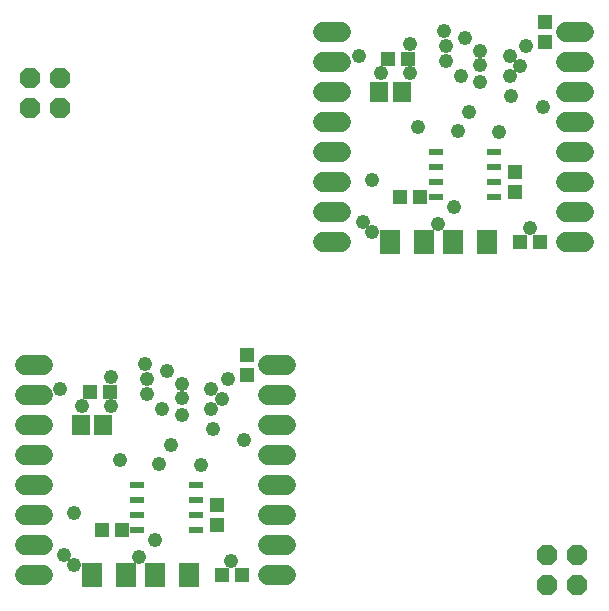
<source format=gbs>
G75*
%MOIN*%
%OFA0B0*%
%FSLAX25Y25*%
%IPPOS*%
%LPD*%
%AMOC8*
5,1,8,0,0,1.08239X$1,22.5*
%
%ADD10R,0.04737X0.05131*%
%ADD11R,0.05131X0.04737*%
%ADD12R,0.05918X0.06706*%
%ADD13C,0.06800*%
%ADD14R,0.07099X0.07898*%
%ADD15R,0.04934X0.02414*%
%ADD16OC8,0.06800*%
%ADD17C,0.04800*%
D10*
X0070618Y0025204D03*
X0070618Y0031896D03*
X0080618Y0075204D03*
X0080618Y0081896D03*
X0170118Y0136204D03*
X0170118Y0142896D03*
X0180118Y0186204D03*
X0180118Y0192896D03*
D11*
X0134465Y0180550D03*
X0127772Y0180550D03*
X0131772Y0134550D03*
X0138465Y0134550D03*
X0171772Y0119550D03*
X0178465Y0119550D03*
X0078965Y0008550D03*
X0072272Y0008550D03*
X0038965Y0023550D03*
X0032272Y0023550D03*
X0034965Y0069550D03*
X0028272Y0069550D03*
D12*
X0025378Y0058550D03*
X0032858Y0058550D03*
X0124878Y0169550D03*
X0132358Y0169550D03*
D13*
X0012618Y0008550D02*
X0006618Y0008550D01*
X0006618Y0018550D02*
X0012618Y0018550D01*
X0012618Y0028550D02*
X0006618Y0028550D01*
X0006618Y0038550D02*
X0012618Y0038550D01*
X0012618Y0048550D02*
X0006618Y0048550D01*
X0006618Y0058550D02*
X0012618Y0058550D01*
X0012618Y0068550D02*
X0006618Y0068550D01*
X0006618Y0078550D02*
X0012618Y0078550D01*
X0087618Y0078550D02*
X0093618Y0078550D01*
X0093618Y0068550D02*
X0087618Y0068550D01*
X0087618Y0058550D02*
X0093618Y0058550D01*
X0093618Y0048550D02*
X0087618Y0048550D01*
X0087618Y0038550D02*
X0093618Y0038550D01*
X0093618Y0028550D02*
X0087618Y0028550D01*
X0087618Y0018550D02*
X0093618Y0018550D01*
X0093618Y0008550D02*
X0087618Y0008550D01*
X0106118Y0119550D02*
X0112118Y0119550D01*
X0112118Y0129550D02*
X0106118Y0129550D01*
X0106118Y0139550D02*
X0112118Y0139550D01*
X0112118Y0149550D02*
X0106118Y0149550D01*
X0106118Y0159550D02*
X0112118Y0159550D01*
X0112118Y0169550D02*
X0106118Y0169550D01*
X0106118Y0179550D02*
X0112118Y0179550D01*
X0112118Y0189550D02*
X0106118Y0189550D01*
X0187118Y0189550D02*
X0193118Y0189550D01*
X0193118Y0179550D02*
X0187118Y0179550D01*
X0187118Y0169550D02*
X0193118Y0169550D01*
X0193118Y0159550D02*
X0187118Y0159550D01*
X0187118Y0149550D02*
X0193118Y0149550D01*
X0193118Y0139550D02*
X0187118Y0139550D01*
X0187118Y0129550D02*
X0193118Y0129550D01*
X0193118Y0119550D02*
X0187118Y0119550D01*
D14*
X0160717Y0119550D03*
X0149520Y0119550D03*
X0139717Y0119550D03*
X0128520Y0119550D03*
X0061217Y0008550D03*
X0050020Y0008550D03*
X0040217Y0008550D03*
X0029020Y0008550D03*
D15*
X0044130Y0023550D03*
X0044130Y0028550D03*
X0044130Y0033550D03*
X0044130Y0038550D03*
X0063618Y0038550D03*
X0063618Y0033550D03*
X0063618Y0028550D03*
X0063618Y0023550D03*
X0143630Y0134550D03*
X0143630Y0139550D03*
X0143630Y0144550D03*
X0143630Y0149550D03*
X0163118Y0149550D03*
X0163118Y0144550D03*
X0163118Y0139550D03*
X0163118Y0134550D03*
D16*
X0180618Y0015050D03*
X0180618Y0005050D03*
X0190618Y0005050D03*
X0190618Y0015050D03*
X0018500Y0164152D03*
X0008500Y0164152D03*
X0008500Y0174152D03*
X0018500Y0174152D03*
D17*
X0046818Y0078750D03*
X0047418Y0073950D03*
X0047418Y0068750D03*
X0052418Y0063850D03*
X0059018Y0061950D03*
X0059018Y0067450D03*
X0059018Y0072250D03*
X0054018Y0076550D03*
X0068818Y0070550D03*
X0072218Y0067150D03*
X0068718Y0063850D03*
X0069218Y0057250D03*
X0079818Y0053350D03*
X0065318Y0045050D03*
X0055318Y0051850D03*
X0051518Y0045450D03*
X0038218Y0046950D03*
X0035418Y0064750D03*
X0025818Y0064750D03*
X0018418Y0070450D03*
X0035418Y0074350D03*
X0074318Y0073850D03*
X0122518Y0122750D03*
X0119218Y0126250D03*
X0122518Y0140250D03*
X0137718Y0157950D03*
X0151018Y0156450D03*
X0154818Y0162850D03*
X0158518Y0172950D03*
X0158518Y0178450D03*
X0158518Y0183250D03*
X0153518Y0187550D03*
X0146918Y0184950D03*
X0146918Y0179750D03*
X0151918Y0174850D03*
X0146318Y0189750D03*
X0134918Y0185350D03*
X0134918Y0175750D03*
X0125318Y0175750D03*
X0117918Y0181450D03*
X0164818Y0156050D03*
X0168718Y0168250D03*
X0168218Y0174850D03*
X0171718Y0178150D03*
X0168318Y0181550D03*
X0173818Y0184850D03*
X0179318Y0164350D03*
X0149618Y0131050D03*
X0144218Y0125650D03*
X0174918Y0124150D03*
X0075418Y0013150D03*
X0050118Y0020050D03*
X0044718Y0014650D03*
X0023018Y0011750D03*
X0019718Y0015250D03*
X0023018Y0029250D03*
M02*

</source>
